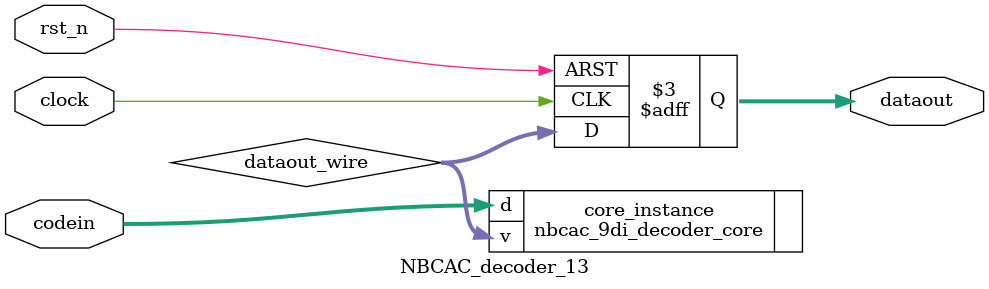
<source format=v>
module NBCAC_decoder_13(
    input wire clock,
    input wire rst_n,
    output reg [8:0] dataout,
    input wire [13:1] codein
);

    wire [8:0] dataout_wire;

    nbcac_9di_decoder_core core_instance(
        .v(dataout_wire),
        .d(codein)
    );

    //sync
    always @(posedge clock or negedge rst_n) begin
        if (~rst_n) begin
            dataout <= 0;
        end
        else begin
            dataout <= dataout_wire;
        end
    end

endmodule
</source>
